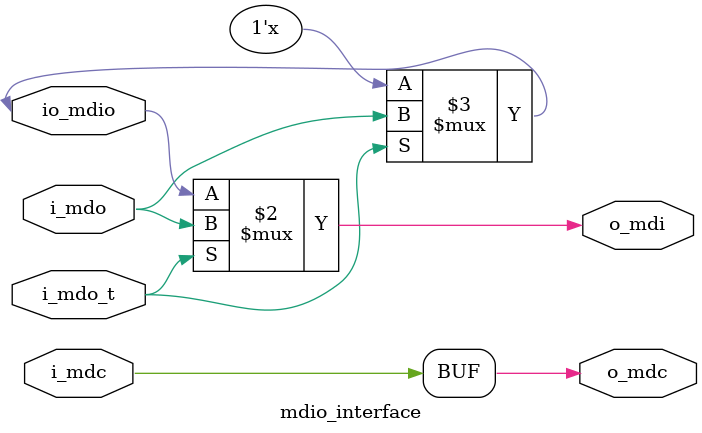
<source format=v>
module mdio_interface(

                input           i_mdc        ,					
                output          o_mdi        ,					
                input           i_mdo        ,					
                input           i_mdo_t      ,				
	
				output          o_mdc        ,
				inout           io_mdio      
);

assign o_mdc   = i_mdc                       ;
assign o_mdi   = ~i_mdo_t ? io_mdio : i_mdo  ;
assign io_mdio = i_mdo_t ? i_mdo : 1'bz      ;

endmodule

</source>
